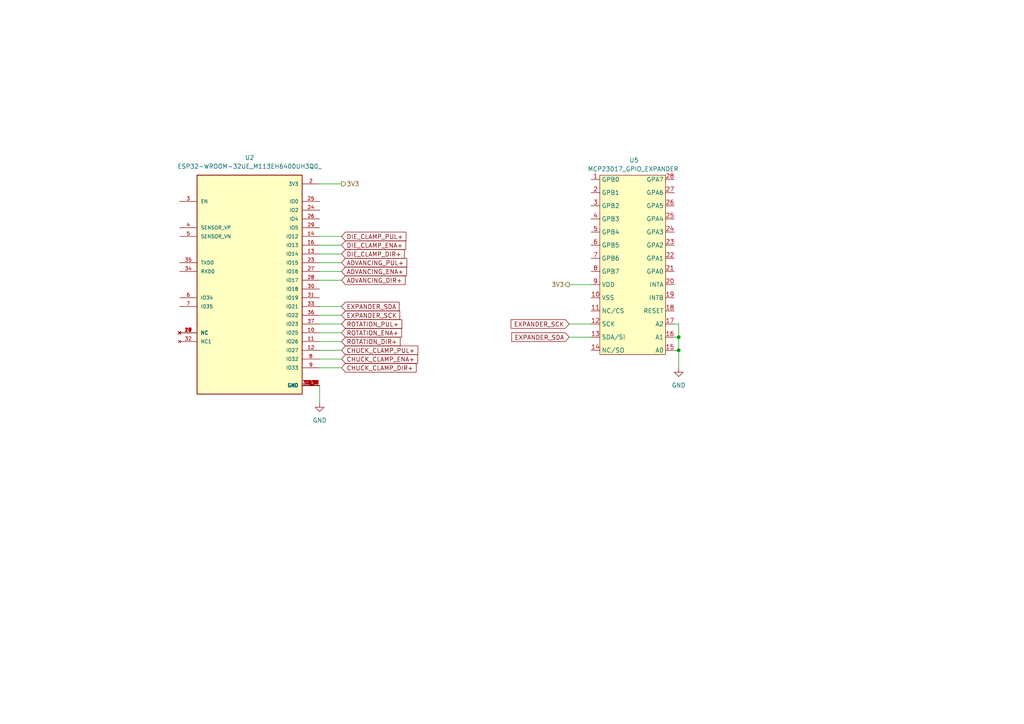
<source format=kicad_sch>
(kicad_sch (version 20231120) (generator "eeschema") (generator_version "8.0")
  (paper "A4")
  (lib_symbols
    (symbol "ESP32-WROOM-32UE_M113EH6400UH3Q0_:ESP32-WROOM-32UE_M113EH6400UH3Q0_" (pin_names (offset 1.016))
      (property "Reference" "U" (at -15.0359 34.1345 0))
      (property "Value" "ESP32-WROOM-32UE_M113EH6400UH3Q0_" (at -15.2867 -33.1281 0))
      (symbol "ESP32-WROOM-32UE_M113EH6400UH3Q0__0_0"
        (rectangle (start -15.24 -30.48) (end 15.24 33.02) (stroke (width 0.254)) (fill (type background)))
        (pin power_in line (at 20.32 -27.94 180) (length 5.08) (name "GND") (number "1"))
        (pin bidirectional line (at 20.32 -12.7 180) (length 5.08) (name "IO25") (number "10"))
        (pin bidirectional line (at 20.32 -15.24 180) (length 5.08) (name "IO26") (number "11"))
        (pin bidirectional line (at 20.32 -17.78 180) (length 5.08) (name "IO27") (number "12"))
        (pin bidirectional line (at 20.32 10.16 180) (length 5.08) (name "IO14") (number "13"))
        (pin bidirectional line (at 20.32 15.24 180) (length 5.08) (name "IO12") (number "14"))
        (pin power_in line (at 20.32 -27.94 180) (length 5.08) (name "GND") (number "15"))
        (pin bidirectional line (at 20.32 12.7 180) (length 5.08) (name "IO13") (number "16"))
        (pin no_connect line (at -20.32 -12.7 0) (length 5.08) (name "NC") (number "17"))
        (pin no_connect line (at -20.32 -12.7 0) (length 5.08) (name "NC") (number "18"))
        (pin no_connect line (at -20.32 -12.7 0) (length 5.08) (name "NC") (number "19"))
        (pin power_in line (at 20.32 30.48 180) (length 5.08) (name "3V3") (number "2"))
        (pin no_connect line (at -20.32 -12.7 0) (length 5.08) (name "NC") (number "20"))
        (pin no_connect line (at -20.32 -12.7 0) (length 5.08) (name "NC") (number "21"))
        (pin no_connect line (at -20.32 -12.7 0) (length 5.08) (name "NC") (number "22"))
        (pin bidirectional line (at 20.32 7.62 180) (length 5.08) (name "IO15") (number "23"))
        (pin bidirectional line (at 20.32 22.86 180) (length 5.08) (name "IO2") (number "24"))
        (pin bidirectional line (at 20.32 25.4 180) (length 5.08) (name "IO0") (number "25"))
        (pin bidirectional line (at 20.32 20.32 180) (length 5.08) (name "IO4") (number "26"))
        (pin bidirectional line (at 20.32 5.08 180) (length 5.08) (name "IO16") (number "27"))
        (pin bidirectional line (at 20.32 2.54 180) (length 5.08) (name "IO17") (number "28"))
        (pin bidirectional line (at 20.32 17.78 180) (length 5.08) (name "IO5") (number "29"))
        (pin input line (at -20.32 25.4 0) (length 5.08) (name "EN") (number "3"))
        (pin bidirectional line (at 20.32 0 180) (length 5.08) (name "IO18") (number "30"))
        (pin bidirectional line (at 20.32 -2.54 180) (length 5.08) (name "IO19") (number "31"))
        (pin no_connect line (at -20.32 -15.24 0) (length 5.08) (name "NC1") (number "32"))
        (pin bidirectional line (at 20.32 -5.08 180) (length 5.08) (name "IO21") (number "33"))
        (pin bidirectional line (at -20.32 5.08 0) (length 5.08) (name "RXD0") (number "34"))
        (pin bidirectional line (at -20.32 7.62 0) (length 5.08) (name "TXD0") (number "35"))
        (pin bidirectional line (at 20.32 -7.62 180) (length 5.08) (name "IO22") (number "36"))
        (pin bidirectional line (at 20.32 -10.16 180) (length 5.08) (name "IO23") (number "37"))
        (pin power_in line (at 20.32 -27.94 180) (length 5.08) (name "GND") (number "38"))
        (pin power_in line (at 20.32 -27.94 180) (length 5.08) (name "GND") (number "39_1"))
        (pin power_in line (at 20.32 -27.94 180) (length 5.08) (name "GND") (number "39_10"))
        (pin power_in line (at 20.32 -27.94 180) (length 5.08) (name "GND") (number "39_11"))
        (pin power_in line (at 20.32 -27.94 180) (length 5.08) (name "GND") (number "39_12"))
        (pin power_in line (at 20.32 -27.94 180) (length 5.08) (name "GND") (number "39_13"))
        (pin power_in line (at 20.32 -27.94 180) (length 5.08) (name "GND") (number "39_14"))
        (pin power_in line (at 20.32 -27.94 180) (length 5.08) (name "GND") (number "39_15"))
        (pin power_in line (at 20.32 -27.94 180) (length 5.08) (name "GND") (number "39_16"))
        (pin power_in line (at 20.32 -27.94 180) (length 5.08) (name "GND") (number "39_17"))
        (pin power_in line (at 20.32 -27.94 180) (length 5.08) (name "GND") (number "39_18"))
        (pin power_in line (at 20.32 -27.94 180) (length 5.08) (name "GND") (number "39_19"))
        (pin power_in line (at 20.32 -27.94 180) (length 5.08) (name "GND") (number "39_2"))
        (pin power_in line (at 20.32 -27.94 180) (length 5.08) (name "GND") (number "39_20"))
        (pin power_in line (at 20.32 -27.94 180) (length 5.08) (name "GND") (number "39_21"))
        (pin power_in line (at 20.32 -27.94 180) (length 5.08) (name "GND") (number "39_3"))
        (pin power_in line (at 20.32 -27.94 180) (length 5.08) (name "GND") (number "39_4"))
        (pin power_in line (at 20.32 -27.94 180) (length 5.08) (name "GND") (number "39_5"))
        (pin power_in line (at 20.32 -27.94 180) (length 5.08) (name "GND") (number "39_6"))
        (pin power_in line (at 20.32 -27.94 180) (length 5.08) (name "GND") (number "39_7"))
        (pin power_in line (at 20.32 -27.94 180) (length 5.08) (name "GND") (number "39_8"))
        (pin power_in line (at 20.32 -27.94 180) (length 5.08) (name "GND") (number "39_9"))
        (pin input line (at -20.32 17.78 0) (length 5.08) (name "SENSOR_VP") (number "4"))
        (pin input line (at -20.32 15.24 0) (length 5.08) (name "SENSOR_VN") (number "5"))
        (pin input line (at -20.32 -2.54 0) (length 5.08) (name "IO34") (number "6"))
        (pin input line (at -20.32 -5.08 0) (length 5.08) (name "IO35") (number "7"))
        (pin bidirectional line (at 20.32 -20.32 180) (length 5.08) (name "IO32") (number "8"))
        (pin bidirectional line (at 20.32 -22.86 180) (length 5.08) (name "IO33") (number "9"))
      )
    )
    (symbol "MCP23017:MCP23017_GPIO_EXPANDER"
      (property "Reference" "U7" (at -0.254 3.048 0))
      (property "Value" "MCP23017_GPIO_EXPANDER" (at -0.508 0.508 0))
      (symbol "MCP23017_GPIO_EXPANDER_0_1"
        (rectangle (start -10.16 -1.27) (end 8.89 -53.34) (fill (type background)))
      )
      (symbol "MCP23017_GPIO_EXPANDER_1_1"
        (pin bidirectional line (at -12.7 -2.54 0) (length 2.54) (name "GPB0") (number "1"))
        (pin power_in line (at -12.7 -36.83 0) (length 2.54) (name "VSS") (number "10"))
        (pin input line (at -12.7 -40.64 0) (length 2.54) (name "NC/CS") (number "11"))
        (pin input line (at -12.7 -44.45 0) (length 2.54) (name "SCK") (number "12"))
        (pin bidirectional line (at -12.7 -48.26 0) (length 2.54) (name "SDA/SI") (number "13"))
        (pin output line (at -12.7 -52.07 0) (length 2.54) (name "NC/SO") (number "14"))
        (pin input line (at 11.43 -52.07 180) (length 2.54) (name "A0") (number "15"))
        (pin input line (at 11.43 -48.26 180) (length 2.54) (name "A1") (number "16"))
        (pin input line (at 11.43 -44.45 180) (length 2.54) (name "A2") (number "17"))
        (pin input line (at 11.43 -40.64 180) (length 2.54) (name "RESET") (number "18"))
        (pin output line (at 11.43 -36.83 180) (length 2.54) (name "INTB") (number "19"))
        (pin bidirectional line (at -12.7 -6.35 0) (length 2.54) (name "GPB1") (number "2"))
        (pin output line (at 11.43 -33.02 180) (length 2.54) (name "INTA") (number "20"))
        (pin bidirectional line (at 11.43 -29.21 180) (length 2.54) (name "GPA0") (number "21"))
        (pin bidirectional line (at 11.43 -25.4 180) (length 2.54) (name "GPA1") (number "22"))
        (pin bidirectional line (at 11.43 -21.59 180) (length 2.54) (name "GPA2") (number "23"))
        (pin bidirectional line (at 11.43 -17.78 180) (length 2.54) (name "GPA3") (number "24"))
        (pin bidirectional line (at 11.43 -13.97 180) (length 2.54) (name "GPA4") (number "25"))
        (pin bidirectional line (at 11.43 -10.16 180) (length 2.54) (name "GPA5") (number "26"))
        (pin bidirectional line (at 11.43 -6.35 180) (length 2.54) (name "GPA6") (number "27"))
        (pin bidirectional line (at 11.43 -2.54 180) (length 2.54) (name "GPA7") (number "28"))
        (pin bidirectional line (at -12.7 -10.16 0) (length 2.54) (name "GPB2") (number "3"))
        (pin bidirectional line (at -12.7 -13.97 0) (length 2.54) (name "GPB3") (number "4"))
        (pin bidirectional line (at -12.7 -17.78 0) (length 2.54) (name "GPB4") (number "5"))
        (pin bidirectional line (at -12.7 -21.59 0) (length 2.54) (name "GPB5") (number "6"))
        (pin bidirectional line (at -12.7 -25.4 0) (length 2.54) (name "GPB6") (number "7"))
        (pin bidirectional line (at -12.7 -29.21 0) (length 2.54) (name "GPB7") (number "8"))
        (pin power_in line (at -12.7 -33.02 0) (length 2.54) (name "VDD") (number "9"))
      )
    )
    (symbol "power:GND" (power) (pin_numbers hide) (pin_names (offset 0) hide)
      (property "Value" "GND" (at 0 -3.81 0))
      (symbol "GND_0_1"
        (polyline (pts (xy 0 0) (xy 0 -1.27) (xy 1.27 -1.27) (xy 0 -2.54) (xy -1.27 -1.27) (xy 0 -1.27)))
      )
      (symbol "GND_1_1"
        (pin power_in line (at 0 0 270) (length 0) (name "~") (number "1"))
      )
    )
  )
  (junction (at 196.85 97.79))
  (junction (at 196.85 101.6))
  (wire (pts (xy 99.06 99.06) (xy 92.71 99.06)))
  (wire (pts (xy 99.06 68.58) (xy 92.71 68.58)))
  (wire (pts (xy 92.71 53.34) (xy 99.06 53.34)))
  (wire (pts (xy 92.71 101.6) (xy 99.06 101.6)))
  (wire (pts (xy 99.06 91.44) (xy 92.71 91.44)))
  (wire (pts (xy 92.71 104.14) (xy 99.06 104.14)))
  (wire (pts (xy 99.06 76.2) (xy 92.71 76.2)))
  (wire (pts (xy 99.06 71.12) (xy 92.71 71.12)))
  (wire (pts (xy 165.1 82.55) (xy 171.45 82.55)))
  (wire (pts (xy 99.06 81.28) (xy 92.71 81.28)))
  (wire (pts (xy 196.85 93.98) (xy 195.58 93.98)))
  (wire (pts (xy 196.85 106.68) (xy 196.85 101.6)))
  (wire (pts (xy 99.06 73.66) (xy 92.71 73.66)))
  (wire (pts (xy 99.06 78.74) (xy 92.71 78.74)))
  (wire (pts (xy 99.06 96.52) (xy 92.71 96.52)))
  (wire (pts (xy 92.71 88.9) (xy 99.06 88.9)))
  (wire (pts (xy 196.85 101.6) (xy 195.58 101.6)))
  (wire (pts (xy 196.85 93.98) (xy 196.85 97.79)))
  (wire (pts (xy 196.85 97.79) (xy 196.85 101.6)))
  (wire (pts (xy 165.1 93.98) (xy 171.45 93.98)))
  (wire (pts (xy 92.71 116.84) (xy 92.71 111.76)))
  (wire (pts (xy 92.71 106.68) (xy 99.06 106.68)))
  (wire (pts (xy 171.45 97.79) (xy 165.1 97.79)))
  (wire (pts (xy 99.06 93.98) (xy 92.71 93.98)))
  (wire (pts (xy 196.85 97.79) (xy 195.58 97.79)))
  (global_label "EXPANDER_SCK" (shape input) (at 99.06 91.44 0) (property "Intersheetrefs" "${INTERSHEET_REFS}" (effects (hide yes))))
  (global_label "CHUCK_CLAMP_ENA+" (shape input) (at 99.06 104.14 0) (property "Intersheetrefs" "${INTERSHEET_REFS}" (effects (hide yes))))
  (global_label "ROTATION_PUL+" (shape input) (at 99.06 93.98 0) (property "Intersheetrefs" "${INTERSHEET_REFS}" (effects (hide yes))))
  (global_label "EXPANDER_SDA" (shape input) (at 99.06 88.9 0) (property "Intersheetrefs" "${INTERSHEET_REFS}" (effects (hide yes))))
  (global_label "ROTATION_ENA+" (shape input) (at 99.06 96.52 0) (property "Intersheetrefs" "${INTERSHEET_REFS}" (effects (hide yes))))
  (global_label "EXPANDER_SCK" (shape input) (at 165.1 93.98 180) (property "Intersheetrefs" "${INTERSHEET_REFS}" (effects (hide yes))))
  (global_label "ADVANCING_PUL+" (shape input) (at 99.06 76.2 0) (property "Intersheetrefs" "${INTERSHEET_REFS}" (effects (hide yes))))
  (global_label "DIE_CLAMP_PUL+" (shape input) (at 99.06 68.58 0) (property "Intersheetrefs" "${INTERSHEET_REFS}" (effects (hide yes))))
  (global_label "ADVANCING_ENA+" (shape input) (at 99.06 78.74 0) (property "Intersheetrefs" "${INTERSHEET_REFS}" (effects (hide yes))))
  (global_label "DIE_CLAMP_DIR+" (shape input) (at 99.06 73.66 0) (property "Intersheetrefs" "${INTERSHEET_REFS}" (effects (hide yes))))
  (global_label "EXPANDER_SDA" (shape input) (at 165.1 97.79 180) (property "Intersheetrefs" "${INTERSHEET_REFS}" (effects (hide yes))))
  (global_label "DIE_CLAMP_ENA+" (shape input) (at 99.06 71.12 0) (property "Intersheetrefs" "${INTERSHEET_REFS}" (effects (hide yes))))
  (global_label "ROTATION_DIR+" (shape input) (at 99.06 99.06 0) (property "Intersheetrefs" "${INTERSHEET_REFS}" (effects (hide yes))))
  (global_label "CHUCK_CLAMP_DIR+" (shape input) (at 99.06 106.68 0) (property "Intersheetrefs" "${INTERSHEET_REFS}" (effects (hide yes))))
  (global_label "ADVANCING_DIR+" (shape input) (at 99.06 81.28 0) (property "Intersheetrefs" "${INTERSHEET_REFS}" (effects (hide yes))))
  (global_label "CHUCK_CLAMP_PUL+" (shape input) (at 99.06 101.6 0) (property "Intersheetrefs" "${INTERSHEET_REFS}" (effects (hide yes))))
  (hierarchical_label "3V3" (shape output) (at 99.06 53.34 0))
  (hierarchical_label "3V3" (shape output) (at 165.1 82.55 180))
  (symbol (lib_id "MCP23017:MCP23017_GPIO_EXPANDER") (at 184.15 49.53 0) (unit 1)
    (property "Reference" "U7" (at 183.896 46.482 0))
    (property "Value" "MCP23017_GPIO_EXPANDER" (at 183.642 49.022 0))
    (instances (project "" (path "" (reference "U5") (unit 1)) (path "" (reference "U7") (unit 1)) (path "" (reference "U6") (unit 1))))
  )
  (symbol (lib_id "ESP32-WROOM-32UE_M113EH6400UH3Q0_:ESP32-WROOM-32UE_M113EH6400UH3Q0_") (at 72.39 83.82 0) (unit 1)
    (property "Reference" "U2" (at 72.39 45.72 0))
    (property "Value" "ESP32-WROOM-32UE_M113EH6400UH3Q0_" (at 72.39 48.26 0))
    (property "Footprint" "ESP32-WROOM-32UE_M113EH6400UH3Q0_:MODULE_ESP32-WROOM-32UE_M113EH6400UH3Q0_" (effects (hide yes)))
    (property "MF" "Espressif Systems" (effects (hide yes)))
    (property "MAXIMUM_PACKAGE_HEIGHT" "3.35 mm" (effects (hide yes)))
    (property "Package" "None" (effects (hide yes)))
    (property "Price" "None" (effects (hide yes)))
    (property "Check_prices" "https://www.snapeda.com/parts/ESP32-WROOM-32UE(M113EH6400UH3Q0)/Espressif+Systems/view-part/?ref=eda" (effects (hide yes)))
    (property "STANDARD" "Manufacturer Recommendations" (effects (hide yes)))
    (property "PARTREV" "1.2" (effects (hide yes)))
    (property "SnapEDA_Link" "https://www.snapeda.com/parts/ESP32-WROOM-32UE(M113EH6400UH3Q0)/Espressif+Systems/view-part/?ref=snap" (effects (hide yes)))
    (property "MP" "ESP32-WROOM-32UE(M113EH6400UH3Q0)" (effects (hide yes)))
    (property "Purchase-URL" "https://www.snapeda.com/api/url_track_click_mouser/?unipart_id=4796024&manufacturer=Espressif Systems&part_name=ESP32-WROOM-32UE(M113EH6400UH3Q0)&search_term=None" (effects (hide yes)))
    (property "Description_1" "\nBluetooth, WiFi 802.11b/g/n, Bluetooth v4.2 +EDR, Class 1, 2 and 3 Transceiver Module 2.4GHz ~ 2.5GHz Antenna Not Included, U.FL Surface Mount\n" (effects (hide yes)))
    (property "Availability" "In Stock" (effects (hide yes)))
    (property "MANUFACTURER" "Espressif Systems" (effects (hide yes)))
    (instances (project "" (path "" (reference "U2") (unit 1)) (path "" (reference "U4") (unit 1)) (path "" (reference "U3") (unit 1))))
  )
  (symbol (lib_id "power:GND") (at 196.85 106.68 0) (unit 1)
    (property "Reference" "#PWR09" (effects (hide yes)))
    (property "Value" "GND" (at 196.85 111.76 0))
    (property "Description" "Power symbol creates a global label with name \"GND\" , ground" (effects (hide yes)))
    (instances (project "" (path "" (reference "#PWR01") (unit 1)) (path "" (reference "#PWR09") (unit 1)) (path "" (reference "#PWR08") (unit 1))))
  )
  (symbol (lib_id "power:GND") (at 92.71 116.84 0) (unit 1)
    (property "Reference" "#PWR010" (effects (hide yes)))
    (property "Value" "GND" (at 92.71 121.92 0))
    (property "Description" "Power symbol creates a global label with name \"GND\" , ground" (effects (hide yes)))
    (instances (project "Tubender PCB" (path "" (reference "#PWR010") (unit 1)) (path "" (reference "#PWR012") (unit 1)) (path "" (reference "#PWR011") (unit 1))))
  )
)
</source>
